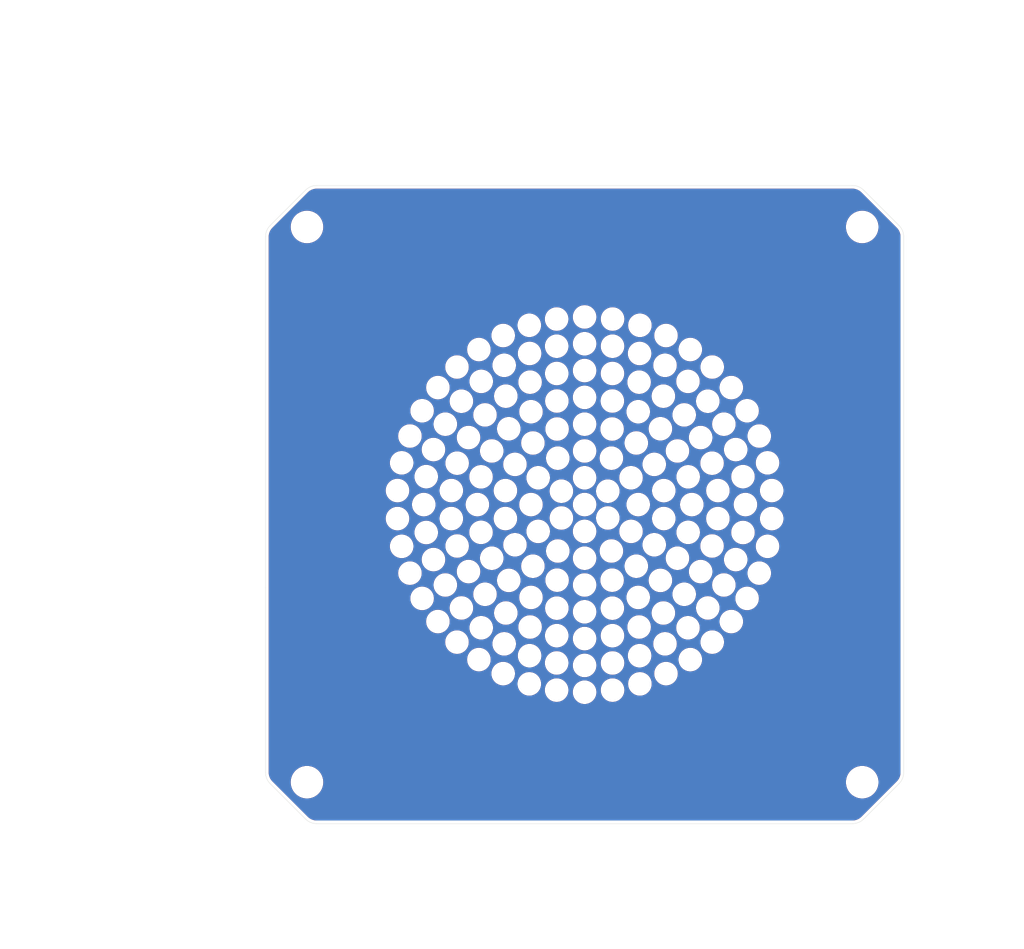
<source format=kicad_pcb>
(kicad_pcb (version 20241229) (generator "pcbnew") (generator_version "9.0")
  (layers (0 "F.Cu" signal) (2 "B.Cu" signal) (13 "F.Paste" user) (15 "B.Paste" user) (5 "F.SilkS" user "F.Silkscreen") (7 "B.SilkS" user "B.Silkscreen") (1 "F.Mask" user) (3 "B.Mask" user) (25 "Edge.Cuts" user))
  (net 0 "")
  (footprint "" (layer "F.Cu") (at 154.34816 109.727554)
    (property "Reference" "47" (hide yes))
    (property "Value" "")
    (pad "" np_thru_hole circle (at 0 0) (size 3.2 3.2) (drill 3.2) (layers "*.Cu" "*.Mask"))
  )
  (footprint "" (layer "F.Cu") (at 141.6 78.950773)
    (property "Reference" "36" (hide yes))
    (property "Value" "")
    (pad "" np_thru_hole circle (at 0 0) (size 3.2 3.2) (drill 3.2) (layers "*.Cu" "*.Mask"))
  )
  (footprint "" (layer "F.Cu") (at 130.027813 99.989357)
    (property "Reference" "66" (hide yes))
    (property "Value" "")
    (pad "" np_thru_hole circle (at 0 0) (size 3.2 3.2) (drill 3.2) (layers "*.Cu" "*.Mask"))
  )
  (footprint "" (layer "F.Cu") (at 121.33708 100.041944)
    (property "Reference" "133" (hide yes))
    (property "Value" "")
    (pad "" np_thru_hole circle (at 0 0) (size 3.2 3.2) (drill 3.2) (layers "*.Cu" "*.Mask"))
  )
  (footprint "" (layer "F.Cu") (at 150 72.5)
    (property "Reference" "57" (hide yes))
    (property "Value" "")
    (pad "" np_thru_hole circle (at 0 0) (size 3.2 3.2) (drill 3.2) (layers "*.Cu" "*.Mask"))
  )
  (footprint "" (layer "F.Cu") (at 166.198248 74.19568)
    (property "Reference" "118" (hide yes))
    (property "Value" "")
    (pad "" np_thru_hole circle (at 0 0) (size 3.2 3.2) (drill 3.2) (layers "*.Cu" "*.Mask"))
  )
  (footprint "" (layer "F.Cu") (at 145.633854 72.9589)
    (property "Reference" "58" (hide yes))
    (property "Value" "")
    (pad "" np_thru_hole circle (at 0 0) (size 3.2 3.2) (drill 3.2) (layers "*.Cu" "*.Mask"))
  )
  (footprint "" (layer "F.Cu") (at 150 68.3)
    (property "Reference" "86" (hide yes))
    (property "Value" "")
    (pad "" np_thru_hole circle (at 0 0) (size 3.2 3.2) (drill 3.2) (layers "*.Cu" "*.Mask"))
  )
  (footprint "" (layer "F.Cu") (at 171.82384 106.1)
    (property "Reference" "110" (hide yes))
    (property "Value" "")
    (pad "" np_thru_hole circle (at 0 0) (size 3.2 3.2) (drill 3.2) (layers "*.Cu" "*.Mask"))
  )
  (footprint "" (layer "F.Cu") (at 122.632355 82.758865)
    (property "Reference" "129" (hide yes))
    (property "Value" "")
    (pad "" np_thru_hole circle (at 0 0) (size 3.2 3.2) (drill 3.2) (layers "*.Cu" "*.Mask"))
  )
  (footprint "" (layer "F.Cu") (at 168.186533 104)
    (property "Reference" "77" (hide yes))
    (property "Value" "")
    (pad "" np_thru_hole circle (at 0 0) (size 3.2 3.2) (drill 3.2) (layers "*.Cu" "*.Mask"))
  )
  (footprint "" (layer "F.Cu") (at 175.2 93.5)
    (property "Reference" "113" (hide yes))
    (property "Value" "")
    (pad "" np_thru_hole circle (at 0 0) (size 3.2 3.2) (drill 3.2) (layers "*.Cu" "*.Mask"))
  )
  (footprint "" (layer "F.Cu") (at 154.382437 64.428463)
    (property "Reference" "86" (hide yes))
    (property "Value" "")
    (pad "" np_thru_hole circle (at 0 0) (size 3.2 3.2) (drill 3.2) (layers "*.Cu" "*.Mask"))
  )
  (footprint "" (layer "F.Cu") (at 179.317758 95.697518)
    (property "Reference" "152" (hide yes))
    (property "Value" "")
    (pad "" np_thru_hole circle (at 0 0) (size 3.2 3.2) (drill 3.2) (layers "*.Cu" "*.Mask"))
  )
  (footprint "" (layer "F.Cu") (at 154.375934 118.317155)
    (property "Reference" "105" (hide yes))
    (property "Value" "")
    (pad "" np_thru_hole circle (at 0 0) (size 3.2 3.2) (drill 3.2) (layers "*.Cu" "*.Mask"))
  )
  (footprint "" (layer "F.Cu") (at 153.637307 91.4)
    (property "Reference" "" (hide yes))
    (property "Value" "")
    (pad "" np_thru_hole circle (at 0 0) (size 3.2 3.2) (drill 3.2) (layers "*.Cu" "*.Mask"))
  )
  (footprint "" (layer "F.Cu") (at 154.2 100.774613)
    (property "Reference" "13" (hide yes))
    (property "Value" "")
    (pad "" np_thru_hole circle (at 0 0) (size 3.2 3.2) (drill 3.2) (layers "*.Cu" "*.Mask"))
  )
  (footprint "MountingHole:MountingHole_4.5mm" (layer "F.Cu") (at 193.5 137)
    (property "Reference" "H2" (hide yes))
    (property "Value" "MountingHole_4.5mm" (hide yes))
    (pad "" np_thru_hole circle (at 0 0) (size 4.6 4.6) (drill 4.6) (layers "*.Cu" "*.Mask"))
  )
  (footprint "" (layer "F.Cu") (at 175.461403 78.800444)
    (property "Reference" "156" (hide yes))
    (property "Value" "")
    (pad "" np_thru_hole circle (at 0 0) (size 3.2 3.2) (drill 3.2) (layers "*.Cu" "*.Mask"))
  )
  (footprint "" (layer "F.Cu") (at 150 101.9)
    (property "Reference" "12" (hide yes))
    (property "Value" "")
    (pad "" np_thru_hole circle (at 0 0) (size 3.2 3.2) (drill 3.2) (layers "*.Cu" "*.Mask"))
  )
  (footprint "" (layer "F.Cu") (at 130.00275 115.051565)
    (property "Reference" "137" (hide yes))
    (property "Value" "")
    (pad "" np_thru_hole circle (at 0 0) (size 3.2 3.2) (drill 3.2) (layers "*.Cu" "*.Mask"))
  )
  (footprint "" (layer "F.Cu") (at 130.69568 77.301752)
    (property "Reference" "91" (hide yes))
    (property "Value" "")
    (pad "" np_thru_hole circle (at 0 0) (size 3.2 3.2) (drill 3.2) (layers "*.Cu" "*.Mask"))
  )
  (footprint "" (layer "F.Cu") (at 124.538904 78.799911)
    (property "Reference" "128" (hide yes))
    (property "Value" "")
    (pad "" np_thru_hole circle (at 0 0) (size 3.2 3.2) (drill 3.2) (layers "*.Cu" "*.Mask"))
  )
  (footprint "" (layer "F.Cu") (at 145.690546 105.340127)
    (property "Reference" "25" (hide yes))
    (property "Value" "")
    (pad "" np_thru_hole circle (at 0 0) (size 3.2 3.2) (drill 3.2) (layers "*.Cu" "*.Mask"))
  )
  (footprint "" (layer "F.Cu") (at 158.66548 121.59394)
    (property "Reference" "144" (hide yes))
    (property "Value" "")
    (pad "" np_thru_hole circle (at 0 0) (size 3.2 3.2) (drill 3.2) (layers "*.Cu" "*.Mask"))
  )
  (footprint "" (layer "F.Cu") (at 150 64.1)
    (property "Reference" "121" (hide yes))
    (property "Value" "" (hide yes))
    (pad "" np_thru_hole circle (at 0 0) (size 3.2 3.2) (drill 3.2) (layers "*.Cu" "*.Mask"))
  )
  (footprint "" (layer "F.Cu") (at 141.900876 103.15216)
    (property "Reference" "24" (hide yes))
    (property "Value" "")
    (pad "" np_thru_hole circle (at 0 0) (size 3.2 3.2) (drill 3.2) (layers "*.Cu" "*.Mask"))
  )
  (footprint "" (layer "F.Cu") (at 162.34349 76.510643)
    (property "Reference" "84" (hide yes))
    (property "Value" "")
    (pad "" np_thru_hole circle (at 0 0) (size 3.2 3.2) (drill 3.2) (layers "*.Cu" "*.Mask"))
  )
  (footprint "" (layer "F.Cu") (at 133.801752 112.80432)
    (property "Reference" "100" (hide yes))
    (property "Value" "")
    (pad "" np_thru_hole circle (at 0 0) (size 3.2 3.2) (drill 3.2) (layers "*.Cu" "*.Mask"))
  )
  (footprint "" (layer "F.Cu") (at 135.450773 101.9)
    (property "Reference" "42" (hide yes))
    (property "Value" "")
    (pad "" np_thru_hole circle (at 0 0) (size 3.2 3.2) (drill 3.2) (layers "*.Cu" "*.Mask"))
  )
  (footprint "" (layer "F.Cu") (at 149.999692 122.9)
    (property "Reference" "142" (hide yes))
    (property "Value" "")
    (pad "" np_thru_hole circle (at 0 0) (size 3.2 3.2) (drill 3.2) (layers "*.Cu" "*.Mask"))
  )
  (footprint "" (layer "F.Cu") (at 133.772446 97.84816)
    (property "Reference" "41" (hide yes))
    (property "Value" "")
    (pad "" np_thru_hole circle (at 0 0) (size 3.2 3.2) (drill 3.2) (layers "*.Cu" "*.Mask"))
  )
  (footprint "" (layer "F.Cu") (at 133.438439 69.208547)
    (property "Reference" "125" (hide yes))
    (property "Value" "")
    (pad "" np_thru_hole circle (at 0 0) (size 3.2 3.2) (drill 3.2) (layers "*.Cu" "*.Mask"))
  )
  (footprint "" (layer "F.Cu") (at 158.54147 74.315545)
    (property "Reference" "85" (hide yes))
    (property "Value" "")
    (pad "" np_thru_hole circle (at 0 0) (size 3.2 3.2) (drill 3.2) (layers "*.Cu" "*.Mask"))
  )
  (footprint "" (layer "F.Cu") (at 126.319746 84.881092)
    (property "Reference" "93" (hide yes))
    (property "Value" "")
    (pad "" np_thru_hole circle (at 0 0) (size 3.2 3.2) (drill 3.2) (layers "*.Cu" "*.Mask"))
  )
  (footprint "" (layer "F.Cu") (at 137.65651 110.489357)
    (property "Reference" "69" (hide yes))
    (property "Value" "")
    (pad "" np_thru_hole circle (at 0 0) (size 3.2 3.2) (drill 3.2) (layers "*.Cu" "*.Mask"))
  )
  (footprint "" (layer "F.Cu") (at 139.08808 87.2)
    (property "Reference" "20" (hide yes))
    (property "Value" "")
    (pad "" np_thru_hole circle (at 0 0) (size 3.2 3.2) (drill 3.2) (layers "*.Cu" "*.Mask"))
  )
  (footprint "" (layer "F.Cu") (at 153.637307 95.6)
    (property "Reference" "5" (hide yes))
    (property "Value" "")
    (pad "" np_thru_hole circle (at 0 0) (size 3.2 3.2) (drill 3.2) (layers "*.Cu" "*.Mask"))
  )
  (footprint "" (layer "F.Cu") (at 172.986175 75.169812)
    (property "Reference" "157" (hide yes))
    (property "Value" "")
    (pad "" np_thru_hole circle (at 0 0) (size 3.2 3.2) (drill 3.2) (layers "*.Cu" "*.Mask"))
  )
  (footprint "" (layer "F.Cu") (at 142.725387 89.3)
    (property "Reference" "8" (hide yes))
    (property "Value" "")
    (pad "" np_thru_hole circle (at 0 0) (size 3.2 3.2) (drill 3.2) (layers "*.Cu" "*.Mask"))
  )
  (footprint "" (layer "F.Cu") (at 128.17616 106.1)
    (property "Reference" "98" (hide yes))
    (property "Value" "")
    (pad "" np_thru_hole circle (at 0 0) (size 3.2 3.2) (drill 3.2) (layers "*.Cu" "*.Mask"))
  )
  (footprint "" (layer "F.Cu") (at 133.2 93.5)
    (property "Reference" "40" (hide yes))
    (property "Value" "")
    (pad "" np_thru_hole circle (at 0 0) (size 3.2 3.2) (drill 3.2) (layers "*.Cu" "*.Mask"))
  )
  (footprint "" (layer "F.Cu") (at 150 106.1)
    (property "Reference" "26" (hide yes))
    (property "Value" "")
    (pad "" np_thru_hole circle (at 0 0) (size 3.2 3.2) (drill 3.2) (layers "*.Cu" "*.Mask"))
  )
  (footprint "" (layer "F.Cu") (at 133.772446 89.15184)
    (property "Reference" "39" (hide yes))
    (property "Value" "")
    (pad "" np_thru_hole circle (at 0 0) (size 3.2 3.2) (drill 3.2) (layers "*.Cu" "*.Mask"))
  )
  (footprint "" (layer "F.Cu") (at 166.56207 69.208894)
    (property "Reference" "159" (hide yes))
    (property "Value" "")
    (pad "" np_thru_hole circle (at 0 0) (size 3.2 3.2) (drill 3.2) (layers "*.Cu" "*.Mask"))
  )
  (footprint "" (layer "F.Cu") (at 170.88496 91.304902)
    (property "Reference" "80" (hide yes))
    (property "Value" "")
    (pad "" np_thru_hole circle (at 0 0) (size 3.2 3.2) (drill 3.2) (layers "*.Cu" "*.Mask"))
  )
  (footprint "" (layer "F.Cu") (at 141.381092 117.180254)
    (property "Reference" "102" (hide yes))
    (property "Value" "")
    (pad "" np_thru_hole circle (at 0 0) (size 3.2 3.2) (drill 3.2) (layers "*.Cu" "*.Mask"))
  )
  (footprint "" (layer "F.Cu") (at 137.24358 119.98837)
    (property "Reference" "139" (hide yes))
    (property "Value" "")
    (pad "" np_thru_hole circle (at 0 0) (size 3.2 3.2) (drill 3.2) (layers "*.Cu" "*.Mask"))
  )
  (footprint "" (layer "F.Cu") (at 171.82384 80.9)
    (property "Reference" "116" (hide yes))
    (property "Value" "")
    (pad "" np_thru_hole circle (at 0 0) (size 3.2 3.2) (drill 3.2) (layers "*.Cu" "*.Mask"))
  )
  (footprint "" (layer "F.Cu") (at 137.591422 91.312033)
    (property "Reference" "21" (hide yes))
    (property "Value" "")
    (pad "" np_thru_hole circle (at 0 0) (size 3.2 3.2) (drill 3.2) (layers "*.Cu" "*.Mask"))
  )
  (footprint "" (layer "F.Cu") (at 178.662988 86.958356)
    (property "Reference" "154" (hide yes))
    (property "Value" "")
    (pad "" np_thru_hole circle (at 0 0) (size 3.2 3.2) (drill 3.2) (layers "*.Cu" "*.Mask"))
  )
  (footprint "" (layer "F.Cu") (at 169.972187 99.989357)
    (property "Reference" "78" (hide yes))
    (property "Value" "")
    (pad "" np_thru_hole circle (at 0 0) (size 3.2 3.2) (drill 3.2) (layers "*.Cu" "*.Mask"))
  )
  (footprint "" (layer "F.Cu") (at 154.366146 72.9589)
    (property "Reference" "" (hide yes))
    (property "Value" "")
    (pad "" np_thru_hole circle (at 0 0) (size 3.2 3.2) (drill 3.2) (layers "*.Cu" "*.Mask"))
  )
  (footprint "" (layer "F.Cu") (at 157.274613 97.7)
    (property "Reference" "14" (hide yes))
    (property "Value" "")
    (pad "" np_thru_hole circle (at 0 0) (size 3.2 3.2) (drill 3.2) (layers "*.Cu" "*.Mask"))
  )
  (footprint "" (layer "F.Cu") (at 169.30432 77.301752)
    (property "Reference" "117" (hide yes))
    (property "Value" "")
    (pad "" np_thru_hole circle (at 0 0) (size 3.2 3.2) (drill 3.2) (layers "*.Cu" "*.Mask"))
  )
  (footprint "MountingHole:MountingHole_4.5mm" (layer "F.Cu") (at 193.5 50)
    (property "Reference" "H2" (hide yes))
    (property "Value" "MountingHole_4.5mm" (hide yes))
    (pad "" np_thru_hole circle (at 0 0) (size 4.6 4.6) (drill 4.6) (layers "*.Cu" "*.Mask"))
  )
  (footprint "" (layer "F.Cu") (at 121.337149 86.957756)
    (property "Reference" "130" (hide yes))
    (property "Value" "")
    (pad "" np_thru_hole circle (at 0 0) (size 3.2 3.2) (drill 3.2) (layers "*.Cu" "*.Mask"))
  )
  (footprint "" (layer "F.Cu") (at 138.120606 105.379394)
    (property "Reference" "43" (hide yes))
    (property "Value" "")
    (pad "" np_thru_hole circle (at 0 0) (size 3.2 3.2) (drill 3.2) (layers "*.Cu" "*.Mask"))
  )
  (footprint "" (layer "F.Cu") (at 134.393959 107.551743)
    (property "Reference" "68" (hide yes))
    (property "Value" "")
    (pad "" np_thru_hole circle (at 0 0) (size 3.2 3.2) (drill 3.2) (layers "*.Cu" "*.Mask"))
  )
  (footprint "" (layer "F.Cu") (at 174.817155 89.124066)
    (property "Reference" "114" (hide yes))
    (property "Value" "")
    (pad "" np_thru_hole circle (at 0 0) (size 3.2 3.2) (drill 3.2) (layers "*.Cu" "*.Mask"))
  )
  (footprint "" (layer "F.Cu") (at 166.227554 97.84816)
    (property "Reference" "51" (hide yes))
    (property "Value" "")
    (pad "" np_thru_hole circle (at 0 0) (size 3.2 3.2) (drill 3.2) (layers "*.Cu" "*.Mask"))
  )
  (footprint "" (layer "F.Cu") (at 168.186533 83)
    (property "Reference" "82" (hide yes))
    (property "Value" "")
    (pad "" np_thru_hole circle (at 0 0) (size 3.2 3.2) (drill 3.2) (layers "*.Cu" "*.Mask"))
  )
  (footprint "" (layer "F.Cu") (at 178.662783 100.042544)
    (property "Reference" "151" (hide yes))
    (property "Value" "")
    (pad "" np_thru_hole circle (at 0 0) (size 3.2 3.2) (drill 3.2) (layers "*.Cu" "*.Mask"))
  )
  (footprint "" (layer "F.Cu") (at 124.8 93.5)
    (property "Reference" "95" (hide yes))
    (property "Value" "")
    (pad "" np_thru_hole circle (at 0 0) (size 3.2 3.2) (drill 3.2) (layers "*.Cu" "*.Mask"))
  )
  (footprint "" (layer "F.Cu") (at 150 76.7)
    (property "Reference" "34" (hide yes))
    (property "Value" "")
    (pad "" np_thru_hole circle (at 0 0) (size 3.2 3.2) (drill 3.2) (layers "*.Cu" "*.Mask"))
  )
  (footprint "" (layer "F.Cu") (at 139.08808 99.8)
    (property "Reference" "23" (hide yes))
    (property "Value" "")
    (pad "" np_thru_hole circle (at 0 0) (size 3.2 3.2) (drill 3.2) (layers "*.Cu" "*.Mask"))
  )
  (footprint "" (layer "F.Cu") (at 129.11504 91.304902)
    (property "Reference" "64" (hide yes))
    (property "Value" "")
    (pad "" np_thru_hole circle (at 0 0) (size 3.2 3.2) (drill 3.2) (layers "*.Cu" "*.Mask"))
  )
  (footprint "" (layer "F.Cu") (at 145.633854 114.0411)
    (property "Reference" "71" (hide yes))
    (property "Value" "")
    (pad "" np_thru_hole circle (at 0 0) (size 3.2 3.2) (drill 3.2) (layers "*.Cu" "*.Mask"))
  )
  (footprint "" (layer "F.Cu") (at 125.182845 97.875934)
    (property "Reference" "96" (hide yes))
    (property "Value" "")
    (pad "" np_thru_hole circle (at 0 0) (size 3.2 3.2) (drill 3.2) (layers "*.Cu" "*.Mask"))
  )
  (footprint "" (layer "F.Cu") (at 162.34349 110.489357)
    (property "Reference" "75" (hide yes))
    (property "Value" "")
    (pad "" np_thru_hole circle (at 0 0) (size 3.2 3.2) (drill 3.2) (layers "*.Cu" "*.Mask"))
  )
  (footprint "" (layer "F.Cu") (at 145.8 86.225387)
    (property "Reference" "7" (hide yes))
    (property "Value" "")
    (pad "" np_thru_hole circle (at 0 0) (size 3.2 3.2) (drill 3.2) (layers "*.Cu" "*.Mask"))
  )
  (footprint "" (layer "F.Cu") (at 126.319746 102.118908)
    (property "Reference" "97" (hide yes))
    (property "Value" "")
    (pad "" np_thru_hole circle (at 0 0) (size 3.2 3.2) (drill 3.2) (layers "*.Cu" "*.Mask"))
  )
  (footprint "" (layer "F.Cu") (at 150 97.7)
    (property "Reference" "4" (hide yes))
    (property "Value" "")
    (pad "" np_thru_hole circle (at 0 0) (size 3.2 3.2) (drill 3.2) (layers "*.Cu" "*.Mask"))
  )
  (footprint "" (layer "F.Cu") (at 173.680254 84.881092)
    (property "Reference" "115" (hide yes))
    (property "Value" "")
    (pad "" np_thru_hole circle (at 0 0) (size 3.2 3.2) (drill 3.2) (layers "*.Cu" "*.Mask"))
  )
  (footprint "" (layer "F.Cu") (at 150 80.9)
    (property "Reference" "17" (hide yes))
    (property "Value" "")
    (pad "" np_thru_hole circle (at 0 0) (size 3.2 3.2) (drill 3.2) (layers "*.Cu" "*.Mask"))
  )
  (footprint "" (layer "F.Cu") (at 154.366146 114.0411)
    (property "Reference" "73" (hide yes))
    (property "Value" "")
    (pad "" np_thru_hole circle (at 0 0) (size 3.2 3.2) (drill 3.2) (layers "*.Cu" "*.Mask"))
  )
  (footprint "" (layer "F.Cu") (at 141.6 108.049227)
    (property "Reference" "44" (hide yes))
    (property "Value" "")
    (pad "" np_thru_hole circle (at 0 0) (size 3.2 3.2) (drill 3.2) (layers "*.Cu" "*.Mask"))
  )
  (footprint "" (layer "F.Cu") (at 158.099124 83.84784)
    (property "Reference" "33" (hide yes))
    (property "Value" "")
    (pad "" np_thru_hole circle (at 0 0) (size 3.2 3.2) (drill 3.2) (layers "*.Cu" "*.Mask"))
  )
  (footprint "" (layer "F.Cu") (at 164.549227 101.9)
    (property "Reference" "50" (hide yes))
    (property "Value" "")
    (pad "" np_thru_hole circle (at 0 0) (size 3.2 3.2) (drill 3.2) (layers "*.Cu" "*.Mask"))
  )
  (footprint "" (layer "F.Cu") (at 145.65184 109.727554)
    (property "Reference" "45" (hide yes))
    (property "Value" "")
    (pad "" np_thru_hole circle (at 0 0) (size 3.2 3.2) (drill 3.2) (layers "*.Cu" "*.Mask"))
  )
  (footprint "" (layer "F.Cu") (at 127.014017 111.830428)
    (property "Reference" "136" (hide yes))
    (property "Value" "")
    (pad "" np_thru_hole circle (at 0 0) (size 3.2 3.2) (drill 3.2) (layers "*.Cu" "*.Mask"))
  )
  (footprint "" (layer "F.Cu") (at 177.36787 82.759438)
    (property "Reference" "155" (hide yes))
    (property "Value" "")
    (pad "" np_thru_hole circle (at 0 0) (size 3.2 3.2) (drill 3.2) (layers "*.Cu" "*.Mask"))
  )
  (footprint "MountingHole:MountingHole_4.5mm" (layer "F.Cu") (at 106.5 50)
    (property "Reference" "H1" (hide yes))
    (property "Value" "MountingHole_4.5mm" (hide yes))
    (pad "" np_thru_hole circle (at 0 0) (size 4.6 4.6) (drill 4.6) (layers "*.Cu" "*.Mask"))
  )
  (footprint "" (layer "F.Cu") (at 134.393959 79.448257)
    (property "Reference" "61" (hide yes))
    (property "Value" "")
    (pad "" np_thru_hole circle (at 0 0) (size 3.2 3.2) (drill 3.2) (layers "*.Cu" "*.Mask"))
  )
  (footprint "" (layer "F.Cu") (at 150 118.7)
    (property "Reference" "104" (hide yes))
    (property "Value" "")
    (pad "" np_thru_hole circle (at 0 0) (size 3.2 3.2) (drill 3.2) (layers "*.Cu" "*.Mask"))
  )
  (footprint "" (layer "F.Cu") (at 154.2 86.225387)
    (property "Reference" "" (hide yes))
    (property "Value" "")
    (pad "" np_thru_hole circle (at 0 0) (size 3.2 3.2) (drill 3.2) (layers "*.Cu" "*.Mask"))
  )
  (footprint "" (layer "F.Cu") (at 166.561307 117.791626)
    (property "Reference" "146" (hide yes))
    (property "Value" "")
    (pad "" np_thru_hole circle (at 0 0) (size 3.2 3.2) (drill 3.2) (layers "*.Cu" "*.Mask"))
  )
  (footprint "" (layer "F.Cu") (at 146.362693 91.4)
    (property "Reference" "2" (hide yes))
    (property "Value" "")
    (pad "" np_thru_hole circle (at 0 0) (size 3.2 3.2) (drill 3.2) (layers "*.Cu" "*.Mask"))
  )
  (footprint "" (layer "F.Cu") (at 169.30432 109.698248)
    (property "Reference" "109" (hide yes))
    (property "Value" "")
    (pad "" np_thru_hole circle (at 0 0) (size 3.2 3.2) (drill 3.2) (layers "*.Cu" "*.Mask"))
  )
  (footprint "" (layer "F.Cu") (at 164.549227 85.1)
    (property "Reference" "54" (hide yes))
    (property "Value" "")
    (pad "" np_thru_hole circle (at 0 0) (size 3.2 3.2) (drill 3.2) (layers "*.Cu" "*.Mask"))
  )
  (footprint "" (layer "F.Cu") (at 169.997476 71.948644)
    (property "Reference" "158" (hide yes))
    (property "Value" "")
    (pad "" np_thru_hole circle (at 0 0) (size 3.2 3.2) (drill 3.2) (layers "*.Cu" "*.Mask"))
  )
  (footprint "" (layer "F.Cu") (at 158.618908 117.180254)
    (property "Reference" "106" (hide yes))
    (property "Value" "")
    (pad "" np_thru_hole circle (at 0 0) (size 3.2 3.2) (drill 3.2) (layers "*.Cu" "*.Mask"))
  )
  (footprint "" (layer "F.Cu") (at 125.182845 89.124066)
    (property "Reference" "94" (hide yes))
    (property "Value" "")
    (pad "" np_thru_hole circle (at 0 0) (size 3.2 3.2) (drill 3.2) (layers "*.Cu" "*.Mask"))
  )
  (footprint "" (layer "F.Cu") (at 174.817155 97.875934)
    (property "Reference" "112" (hide yes))
    (property "Value" "")
    (pad "" np_thru_hole circle (at 0 0) (size 3.2 3.2) (drill 3.2) (layers "*.Cu" "*.Mask"))
  )
  (footprint "" (layer "F.Cu") (at 129.11504 95.695098)
    (property "Reference" "65" (hide yes))
    (property "Value" "")
    (pad "" np_thru_hole circle (at 0 0) (size 3.2 3.2) (drill 3.2) (layers "*.Cu" "*.Mask"))
  )
  (footprint "" (layer "F.Cu") (at 154.309454 81.659873)
    (property "Reference" "" (hide yes))
    (property "Value" "")
    (pad "" np_thru_hole circle (at 0 0) (size 3.2 3.2) (drill 3.2) (layers "*.Cu" "*.Mask"))
  )
  (footprint "" (layer "F.Cu") (at 154.34816 77.272446)
    (property "Reference" "" (hide yes))
    (property "Value" "")
    (pad "" np_thru_hole circle (at 0 0) (size 3.2 3.2) (drill 3.2) (layers "*.Cu" "*.Mask"))
  )
  (footprint "" (layer "F.Cu") (at 122.632242 104.240849)
    (property "Reference" "134" (hide yes))
    (property "Value" "")
    (pad "" np_thru_hole circle (at 0 0) (size 3.2 3.2) (drill 3.2) (layers "*.Cu" "*.Mask"))
  )
  (footprint "" (layer "F.Cu") (at 137.591422 95.687967)
    (property "Reference" "22" (hide yes))
    (property "Value" "")
    (pad "" np_thru_hole circle (at 0 0) (size 3.2 3.2) (drill 3.2) (layers "*.Cu" "*.Mask"))
  )
  (footprint "" (layer "F.Cu") (at 137.243858 67.011496)
    (property "Reference" "124" (hide yes))
    (property "Value" "")
    (pad "" np_thru_hole circle (at 0 0) (size 3.2 3.2) (drill 3.2) (layers "*.Cu" "*.Mask"))
  )
  (footprint "" (layer "F.Cu") (at 150 110.3)
    (property "Reference" "46" (hide yes))
    (property "Value" "")
    (pad "" np_thru_hole circle (at 0 0) (size 3.2 3.2) (drill 3.2) (layers "*.Cu" "*.Mask"))
  )
  (footprint "" (layer "F.Cu") (at 154.381524 122.571674)
    (property "Reference" "143" (hide yes))
    (property "Value" "")
    (pad "" np_thru_hole circle (at 0 0) (size 3.2 3.2) (drill 3.2) (layers "*.Cu" "*.Mask"))
  )
  (footprint "" (layer "F.Cu") (at 162.408578 95.687967)
    (property "Reference" "30" (hide yes))
    (property "Value" "")
    (pad "" np_thru_hole circle (at 0 0) (size 3.2 3.2) (drill 3.2) (layers "*.Cu" "*.Mask"))
  )
  (footprint "" (layer "F.Cu") (at 158.099124 103.15216)
    (property "Reference" "28" (hide yes))
    (property "Value" "")
    (pad "" np_thru_hole circle (at 0 0) (size 3.2 3.2) (drill 3.2) (layers "*.Cu" "*.Mask"))
  )
  (footprint "" (layer "F.Cu") (at 141.900876 83.84784)
    (property "Reference" "19" (hide yes))
    (property "Value" "")
    (pad "" np_thru_hole circle (at 0 0) (size 3.2 3.2) (drill 3.2) (layers "*.Cu" "*.Mask"))
  )
  (footprint "" (layer "F.Cu") (at 154.309454 105.340127)
    (property "Reference" "27" (hide yes))
    (property "Value" "")
    (pad "" np_thru_hole circle (at 0 0) (size 3.2 3.2) (drill 3.2) (layers "*.Cu" "*.Mask"))
  )
  (footprint "" (layer "F.Cu") (at 127.014209 75.169331)
    (property "Reference" "127" (hide yes))
    (property "Value" "")
    (pad "" np_thru_hole circle (at 0 0) (size 3.2 3.2) (drill 3.2) (layers "*.Cu" "*.Mask"))
  )
  (footprint "" (layer "F.Cu") (at 137.4 115.32384)
    (property "Reference" "101" (hide yes))
    (property "Value" "")
    (pad "" np_thru_hole circle (at 0 0) (size 3.2 3.2) (drill 3.2) (layers "*.Cu" "*.Mask"))
  )
  (footprint "" (layer "F.Cu") (at 130.002975 71.948225)
    (property "Reference" "126" (hide yes))
    (property "Value" "")
    (pad "" np_thru_hole circle (at 0 0) (size 3.2 3.2) (drill 3.2) (layers "*.Cu" "*.Mask"))
  )
  (footprint "" (layer "F.Cu") (at 160.91192 87.2)
    (property "Reference" "32" (hide yes))
    (property "Value" "")
    (pad "" np_thru_hole circle (at 0 0) (size 3.2 3.2) (drill 3.2) (layers "*.Cu" "*.Mask"))
  )
  (footprint "" (layer "F.Cu") (at 145.8 100.774613)
    (property "Reference" "11" (hide yes))
    (property "Value" "")
    (pad "" np_thru_hole circle (at 0 0) (size 3.2 3.2) (drill 3.2) (layers "*.Cu" "*.Mask"))
  )
  (footprint "" (layer "F.Cu") (at 141.333932 121.593758)
    (property "Reference" "140" (hide yes))
    (property "Value" "")
    (pad "" np_thru_hole circle (at 0 0) (size 3.2 3.2) (drill 3.2) (layers "*.Cu" "*.Mask"))
  )
  (footprint "" (layer "F.Cu") (at 145.617867 122.571583)
    (property "Reference" "141" (hide yes))
    (property "Value" "")
    (pad "" np_thru_hole circle (at 0 0) (size 3.2 3.2) (drill 3.2) (layers "*.Cu" "*.Mask"))
  )
  (footprint "" (layer "F.Cu") (at 120.682196 95.696904)
    (property "Reference" "132" (hide yes))
    (property "Value" "")
    (pad "" np_thru_hole circle (at 0 0) (size 3.2 3.2) (drill 3.2) (layers "*.Cu" "*.Mask"))
  )
  (footprint "" (layer "F.Cu") (at 133.438184 117.79128)
    (property "Reference" "138" (hide yes))
    (property "Value" "")
    (pad "" np_thru_hole circle (at 0 0) (size 3.2 3.2) (drill 3.2) (layers "*.Cu" "*.Mask"))
  )
  (footprint "" (layer "F.Cu") (at 162.756697 67.011763)
    (property "Reference" "160" (hide yes))
    (property "Value" "")
    (pad "" np_thru_hole circle (at 0 0) (size 3.2 3.2) (drill 3.2) (layers "*.Cu" "*.Mask"))
  )
  (footprint "" (layer "F.Cu") (at 166.198248 112.80432)
    (property "Reference" "108" (hide yes))
    (property "Value" "")
    (pad "" np_thru_hole circle (at 0 0) (size 3.2 3.2) (drill 3.2) (layers "*.Cu" "*.Mask"))
  )
  (footprint "" (layer "F.Cu") (at 137.4 71.67616)
    (property "Reference" "89" (hide yes))
    (property "Value" "")
    (pad "" np_thru_hole circle (at 0 0) (size 3.2 3.2) (drill 3.2) (layers "*.Cu" "*.Mask"))
  )
  (footprint "" (layer "F.Cu") (at 154.375934 68.682845)
    (property "Reference" "" (hide yes))
    (property "Value" "")
    (pad "" np_thru_hole circle (at 0 0) (size 3.2 3.2) (drill 3.2) (layers "*.Cu" "*.Mask"))
  )
  (footprint "" (layer "F.Cu") (at 138.120606 81.620606)
    (property "Reference" "37" (hide yes))
    (property "Value" "")
    (pad "" np_thru_hole circle (at 0 0) (size 3.2 3.2) (drill 3.2) (layers "*.Cu" "*.Mask"))
  )
  (footprint "" (layer "F.Cu") (at 145.65184 77.272446)
    (property "Reference" "35" (hide yes))
    (property "Value" "")
    (pad "" np_thru_hole circle (at 0 0) (size 3.2 3.2) (drill 3.2) (layers "*.Cu" "*.Mask"))
  )
  (footprint "" (layer "F.Cu") (at 160.91192 99.8)
    (property "Reference" "29" (hide yes))
    (property "Value" "")
    (pad "" np_thru_hole circle (at 0 0) (size 3.2 3.2) (drill 3.2) (layers "*.Cu" "*.Mask"))
  )
  (footprint "" (layer "F.Cu") (at 170.88496 95.695098)
    (property "Reference" "79" (hide yes))
    (property "Value" "")
    (pad "" np_thru_hole circle (at 0 0) (size 3.2 3.2) (drill 3.2) (layers "*.Cu" "*.Mask"))
  )
  (footprint "" (layer "F.Cu") (at 146.362693 95.6)
    (property "Reference" "3" (hide yes))
    (property "Value" "")
    (pad "" np_thru_hole circle (at 0 0) (size 3.2 3.2) (drill 3.2) (layers "*.Cu" "*.Mask"))
  )
  (footprint "" (layer "F.Cu") (at 169.972187 87.010643)
    (property "Reference" "81" (hide yes))
    (property "Value" "")
    (pad "" np_thru_hole circle (at 0 0) (size 3.2 3.2) (drill 3.2) (layers "*.Cu" "*.Mask"))
  )
  (footprint "" (layer "F.Cu") (at 162.755865 119.988637)
    (property "Reference" "145" (hide yes))
    (property "Value" "")
    (pad "" np_thru_hole circle (at 0 0) (size 3.2 3.2) (drill 3.2) (layers "*.Cu" "*.Mask"))
  )
  (footprint "" (layer "F.Cu") (at 162.6 71.67616)
    (property "Reference" "119" (hide yes))
    (property "Value" "")
    (pad "" np_thru_hole circle (at 0 0) (size 3.2 3.2) (drill 3.2) (layers "*.Cu" "*.Mask"))
  )
  (footprint "" (layer "F.Cu") (at 158.666363 65.406332)
    (property "Reference" "161" (hide yes))
    (property "Value" "")
    (pad "" np_thru_hole circle (at 0 0) (size 3.2 3.2) (drill 3.2) (layers "*.Cu" "*.Mask"))
  )
  (footprint "" (layer "F.Cu") (at 157.274613 89.3)
    (property "Reference" "16" (hide yes))
    (property "Value" "")
    (pad "" np_thru_hole circle (at 0 0) (size 3.2 3.2) (drill 3.2) (layers "*.Cu" "*.Mask"))
  )
  (footprint "" (layer "F.Cu") (at 142.725387 97.7)
    (property "Reference" "10" (hide yes))
    (property "Value" "")
    (pad "" np_thru_hole circle (at 0 0) (size 3.2 3.2) (drill 3.2) (layers "*.Cu" "*.Mask"))
  )
  (footprint "" (layer "F.Cu") (at 161.879394 81.620606)
    (property "Reference" "55" (hide yes))
    (property "Value" "")
    (pad "" np_thru_hole circle (at 0 0) (size 3.2 3.2) (drill 3.2) (layers "*.Cu" "*.Mask"))
  )
  (footprint "" (layer "F.Cu") (at 172.985599 111.83091)
    (property "Reference" "148" (hide yes))
    (property "Value" "")
    (pad "" np_thru_hole circle (at 0 0) (size 3.2 3.2) (drill 3.2) (layers "*.Cu" "*.Mask"))
  )
  (footprint "" (layer "F.Cu") (at 179.317827 91.303403)
    (property "Reference" "153" (hide yes))
    (property "Value" "")
    (pad "" np_thru_hole circle (at 0 0) (size 3.2 3.2) (drill 3.2) (layers "*.Cu" "*.Mask"))
  )
  (footprint "" (layer "F.Cu") (at 120.682219 91.302789)
    (property "Reference" "131" (hide yes))
    (property "Value" "")
    (pad "" np_thru_hole circle (at 0 0) (size 3.2 3.2) (drill 3.2) (layers "*.Cu" "*.Mask"))
  )
  (footprint "" (layer "F.Cu") (at 169.996799 115.051984)
    (property "Reference" "147" (hide yes))
    (property "Value" "")
    (pad "" np_thru_hole circle (at 0 0) (size 3.2 3.2) (drill 3.2) (layers "*.Cu" "*.Mask"))
  )
  (footprint "" (layer "F.Cu") (at 141.45853 74.315545)
    (property "Reference" "59" (hide yes))
    (property "Value" "")
    (pad "" np_thru_hole circle (at 0 0) (size 3.2 3.2) (drill 3.2) (layers "*.Cu" "*.Mask"))
  )
  (footprint "" (layer "F.Cu") (at 177.367533 104.241422)
    (property "Reference" "150" (hide yes))
    (property "Value" "")
    (pad "" np_thru_hole circle (at 0 0) (size 3.2 3.2) (drill 3.2) (layers "*.Cu" "*.Mask"))
  )
  (footprint "" (layer "F.Cu") (at 150 85.1)
    (property "Reference" "6" (hide yes))
    (property "Value" "")
    (pad "" np_thru_hole circle (at 0 0) (size 3.2 3.2) (drill 3.2) (layers "*.Cu" "*.Mask"))
  )
  (footprint "" (layer "F.Cu") (at 130.027813 87.010643)
    (property "Reference" "63" (hide yes))
    (property "Value" "")
    (pad "" np_thru_hole circle (at 0 0) (size 3.2 3.2) (drill 3.2) (layers "*.Cu" "*.Mask"))
  )
  (footprint "" (layer "F.Cu") (at 158.4 108.049227)
    (property "Reference" "48" (hide yes))
    (property "Value" "")
    (pad "" np_thru_hole circle (at 0 0) (size 3.2 3.2) (drill 3.2) (layers "*.Cu" "*.Mask"))
  )
  (footprint "" (layer "F.Cu") (at 165.606041 107.551743)
    (property "Reference" "76" (hide yes))
    (property "Value" "")
    (pad "" np_thru_hole circle (at 0 0) (size 3.2 3.2) (drill 3.2) (layers "*.Cu" "*.Mask"))
  )
  (footprint "" (layer "F.Cu") (at 158.618908 69.819746)
    (property "Reference" "120" (hide yes))
    (property "Value" "")
    (pad "" np_thru_hole circle (at 0 0) (size 3.2 3.2) (drill 3.2) (layers "*.Cu" "*.Mask"))
  )
  (footprint "" (layer "F.Cu") (at 162.408578 91.312033)
    (property "Reference" "31" (hide yes))
    (property "Value" "")
    (pad "" np_thru_hole circle (at 0 0) (size 3.2 3.2) (drill 3.2) (layers "*.Cu" "*.Mask"))
  )
  (footprint "" (layer "F.Cu") (at 161.879394 105.379394)
    (property "Reference" "49" (hide yes))
    (property "Value" "")
    (pad "" np_thru_hole circle (at 0 0) (size 3.2 3.2) (drill 3.2) (layers "*.Cu" "*.Mask"))
  )
  (footprint "" (layer "F.Cu") (at 141.6 93.5)
    (property "Reference" "9" (hide yes))
    (property "Value" "")
    (pad "" np_thru_hole circle (at 0 0) (size 3.2 3.2) (drill 3.2) (layers "*.Cu" "*.Mask"))
  )
  (footprint "" (layer "F.Cu") (at 145.618172 64.428372)
    (property "Reference" "122" (hide yes))
    (property "Value" "")
    (pad "" np_thru_hole circle (at 0 0) (size 3.2 3.2) (drill 3.2) (layers "*.Cu" "*.Mask"))
  )
  (footprint "" (layer "F.Cu") (at 150 89.3)
    (property "Reference" "1" (hide yes))
    (property "Value" "")
    (pad "" np_thru_hole circle (at 0 0) (size 3.2 3.2) (drill 3.2) (layers "*.Cu" "*.Mask"))
  )
  (footprint "" (layer "F.Cu") (at 124.538751 108.199822)
    (property "Reference" "135" (hide yes))
    (property "Value" "")
    (pad "" np_thru_hole circle (at 0 0) (size 3.2 3.2) (drill 3.2) (layers "*.Cu" "*.Mask"))
  )
  (footprint "" (layer "F.Cu") (at 145.690546 81.659873)
    (property "Reference" "18" (hide yes))
    (property "Value" "")
    (pad "" np_thru_hole circle (at 0 0) (size 3.2 3.2) (drill 3.2) (layers "*.Cu" "*.Mask"))
  )
  (footprint "" (layer "F.Cu") (at 133.801752 74.19568)
    (property "Reference" "90" (hide yes))
    (property "Value" "")
    (pad "" np_thru_hole circle (at 0 0) (size 3.2 3.2) (drill 3.2) (layers "*.Cu" "*.Mask"))
  )
  (footprint "" (layer "F.Cu") (at 173.680254 102.118908)
    (property "Reference" "111" (hide yes))
    (property "Value" "")
    (pad "" np_thru_hole circle (at 0 0) (size 3.2 3.2) (drill 3.2) (layers "*.Cu" "*.Mask"))
  )
  (footprint "" (layer "F.Cu") (at 162.6 115.32384)
    (property "Reference" "107" (hide yes))
    (property "Value" "")
    (pad "" np_thru_hole circle (at 0 0) (size 3.2 3.2) (drill 3.2) (layers "*.Cu" "*.Mask"))
  )
  (footprint "" (layer "F.Cu") (at 128.17616 80.9)
    (property "Reference" "92" (hide yes))
    (property "Value" "")
    (pad "" np_thru_hole circle (at 0 0) (size 3.2 3.2) (drill 3.2) (layers "*.Cu" "*.Mask"))
  )
  (footprint "" (layer "F.Cu") (at 158.54147 112.684455)
    (property "Reference" "74" (hide yes))
    (property "Value" "")
    (pad "" np_thru_hole circle (at 0 0) (size 3.2 3.2) (drill 3.2) (layers "*.Cu" "*.Mask"))
  )
  (footprint "" (layer "F.Cu") (at 130.69568 109.698248)
    (property "Reference" "99" (hide yes))
    (property "Value" "")
    (pad "" np_thru_hole circle (at 0 0) (size 3.2 3.2) (drill 3.2) (layers "*.Cu" "*.Mask"))
  )
  (footprint "" (layer "F.Cu") (at 175.460942 108.200356)
    (property "Reference" "149" (hide yes))
    (property "Value" "")
    (pad "" np_thru_hole circle (at 0 0) (size 3.2 3.2) (drill 3.2) (layers "*.Cu" "*.Mask"))
  )
  (footprint "" (layer "F.Cu") (at 165.606041 79.448257)
    (property "Reference" "83" (hide yes))
    (property "Value" "")
    (pad "" np_thru_hole circle (at 0 0) (size 3.2 3.2) (drill 3.2) (layers "*.Cu" "*.Mask"))
  )
  (footprint "" (layer "F.Cu") (at 141.381092 69.819746)
    (property "Reference" "88" (hide yes))
    (property "Value" "")
    (pad "" np_thru_hole circle (at 0 0) (size 3.2 3.2) (drill 3.2) (layers "*.Cu" "*.Mask"))
  )
  (footprint "" (layer "F.Cu") (at 166.8 93.5)
    (property "Reference" "52" (hide yes))
    (property "Value" "")
    (pad "" np_thru_hole circle (at 0 0) (size 3.2 3.2) (drill 3.2) (layers "*.Cu" "*.Mask"))
  )
  (footprint "" (layer "F.Cu") (at 145.624066 118.317155)
    (property "Reference" "103" (hide yes))
    (property "Value" "")
    (pad "" np_thru_hole circle (at 0 0) (size 3.2 3.2) (drill 3.2) (layers "*.Cu" "*.Mask"))
  )
  (footprint "" (layer "F.Cu") (at 150 93.5)
    (property "Reference" "232" (hide yes))
    (property "Value" "")
    (pad "" np_thru_hole circle (at 0 0) (size 3.2 2) (drill 3.2) (layers "*.Cu" "*.Mask"))
  )
  (footprint "" (layer "F.Cu") (at 131.813467 104)
    (property "Reference" "67" (hide yes))
    (property "Value" "")
    (pad "" np_thru_hole circle (at 0 0) (size 3.2 3.2) (drill 3.2) (layers "*.Cu" "*.Mask"))
  )
  (footprint "" (layer "F.Cu") (at 158.4 78.950773)
    (property "Reference" "56" (hide yes))
    (property "Value" "")
    (pad "" np_thru_hole circle (at 0 0) (size 3.2 3.2) (drill 3.2) (layers "*.Cu" "*.Mask"))
  )
  (footprint "" (layer "F.Cu") (at 141.45853 112.684455)
    (property "Reference" "70" (hide yes))
    (property "Value" "")
    (pad "" np_thru_hole circle (at 0 0) (size 3.2 3.2) (drill 3.2) (layers "*.Cu" "*.Mask"))
  )
  (footprint "" (layer "F.Cu") (at 135.450773 85.1)
    (property "Reference" "38" (hide yes))
    (property "Value" "")
    (pad "" np_thru_hole circle (at 0 0) (size 3.2 3.2) (drill 3.2) (layers "*.Cu" "*.Mask"))
  )
  (footprint "" (layer "F.Cu") (at 137.65651 76.510643)
    (property "Reference" "60" (hide yes))
    (property "Value" "")
    (pad "" np_thru_hole circle (at 0 0) (size 3.2 3.2) (drill 3.2) (layers "*.Cu" "*.Mask"))
  )
  (footprint "MountingHole:MountingHole_4.5mm" (layer "F.Cu") (at 106.5 137)
    (property "Reference" "H2" (hide yes))
    (property "Value" "MountingHole_4.5mm" (hide yes))
    (pad "" np_thru_hole circle (at 0 0) (size 4.6 4.6) (drill 4.6) (layers "*.Cu" "*.Mask"))
  )
  (footprint "" (layer "F.Cu") (at 166.227554 89.15184)
    (property "Reference" "53" (hide yes))
    (property "Value" "")
    (pad "" np_thru_hole circle (at 0 0) (size 3.2 3.2) (drill 3.2) (layers "*.Cu" "*.Mask"))
  )
  (footprint "" (layer "F.Cu") (at 158.4 93.5)
    (property "Reference" "15" (hide yes))
    (property "Value" "")
    (pad "" np_thru_hole circle (at 0 0) (size 3.2 3.2) (drill 3.2) (layers "*.Cu" "*.Mask"))
  )
  (footprint "" (layer "F.Cu") (at 131.813467 83)
    (property "Reference" "62" (hide yes))
    (property "Value" "")
    (pad "" np_thru_hole circle (at 0 0) (size 3.2 3.2) (drill 3.2) (layers "*.Cu" "*.Mask"))
  )
  (footprint "" (layer "F.Cu") (at 150 114.5)
    (property "Reference" "72" (hide yes))
    (property "Value" "")
    (pad "" np_thru_hole circle (at 0 0) (size 3.2 3.2) (drill 3.2) (layers "*.Cu" "*.Mask"))
  )
  (footprint "" (layer "F.Cu") (at 145.624066 68.682845)
    (property "Reference" "87" (hide yes))
    (property "Value" "")
    (pad "" np_thru_hole circle (at 0 0) (size 3.2 3.2) (drill 3.2) (layers "*.Cu" "*.Mask"))
  )
  (footprint "" (layer "F.Cu") (at 141.334226 65.406151)
    (property "Reference" "123" (hide yes))
    (property "Value" "")
    (pad "" np_thru_hole circle (at 0 0) (size 3.2 3.2) (drill 3.2) (layers "*.Cu" "*.Mask"))
  )
  (gr_arc (start 108.0355 143.5) (mid 107.078825 143.309699) (end 106.275332 142.775332) (stroke (width 0.05)) (layer "Edge.Cuts"))
  (gr_line (start 200 51.544819) (end 200 106.500815) (stroke (width 0.05)) (layer "Edge.Cuts"))
  (gr_line (start 100 135.455456) (end 100 106.5) (stroke (width 0.05)) (layer "Edge.Cuts"))
  (gr_line (start 191.955456 143.5) (end 108.0355 143.5) (stroke (width 0.05)) (layer "Edge.Cuts"))
  (gr_line (start 108.044819 43.5) (end 191.9645 43.5) (stroke (width 0.05)) (layer "Edge.Cuts"))
  (gr_arc (start 193.7323 142.7677) (mid 192.921173 143.309688) (end 191.955456 143.5) (stroke (width 0.05)) (layer "Edge.Cuts"))
  (gr_line (start 200 106.5) (end 200 135.4645) (stroke (width 0.05)) (layer "Edge.Cuts"))
  (gr_arc (start 199.26775 49.76775) (mid 199.809688 50.578827) (end 200 51.544819) (stroke (width 0.05)) (layer "Edge.Cuts"))
  (gr_line (start 193.7323 142.7677) (end 199.275332 137.224668) (stroke (width 0.05)) (layer "Edge.Cuts"))
  (gr_arc (start 100 51.5355) (mid 100.190301 50.578825) (end 100.739996 49.760004) (stroke (width 0.05)) (layer "Edge.Cuts"))
  (gr_arc (start 191.9645 43.5) (mid 192.921175 43.690301) (end 193.724504 44.224504) (stroke (width 0.05)) (layer "Edge.Cuts"))
  (gr_arc (start 106.26775 44.23225) (mid 107.078827 43.690312) (end 108.044819 43.5) (stroke (width 0.05)) (layer "Edge.Cuts"))
  (gr_arc (start 200 135.4645) (mid 199.809699 136.421175) (end 199.275332 137.224668) (stroke (width 0.05)) (layer "Edge.Cuts"))
  (gr_line (start 100.739996 49.760004) (end 106.26775 44.23225) (stroke (width 0.05)) (layer "Edge.Cuts"))
  (gr_arc (start 100.73225 137.23225) (mid 100.190312 136.421173) (end 100 135.455456) (stroke (width 0.05)) (layer "Edge.Cuts"))
  (gr_line (start 100.73225 137.23225) (end 106.275332 142.775332) (stroke (width 0.05)) (layer "Edge.Cuts"))
  (gr_line (start 100 106.500815) (end 100 51.5355) (stroke (width 0.05)) (layer "Edge.Cuts"))
  (gr_line (start 199.26775 49.76775) (end 193.724504 44.224504) (stroke (width 0.05)) (layer "Edge.Cuts"))
  (zone (net 0) (net_name "") (layers "F.Cu" "B.Cu") (connect_pads (clearance 0.2)) (min_thickness 0.25) (fill yes (thermal_gap 0.5) (thermal_bridge_width 0.5) (island_removal_mode 1) (island_area_min 10))
    (polygon (pts (xy 81.22 22.46) (xy 218.87 22.46) (xy 218.87 163.12) (xy 84.826666 163.12)))
  )
)
</source>
